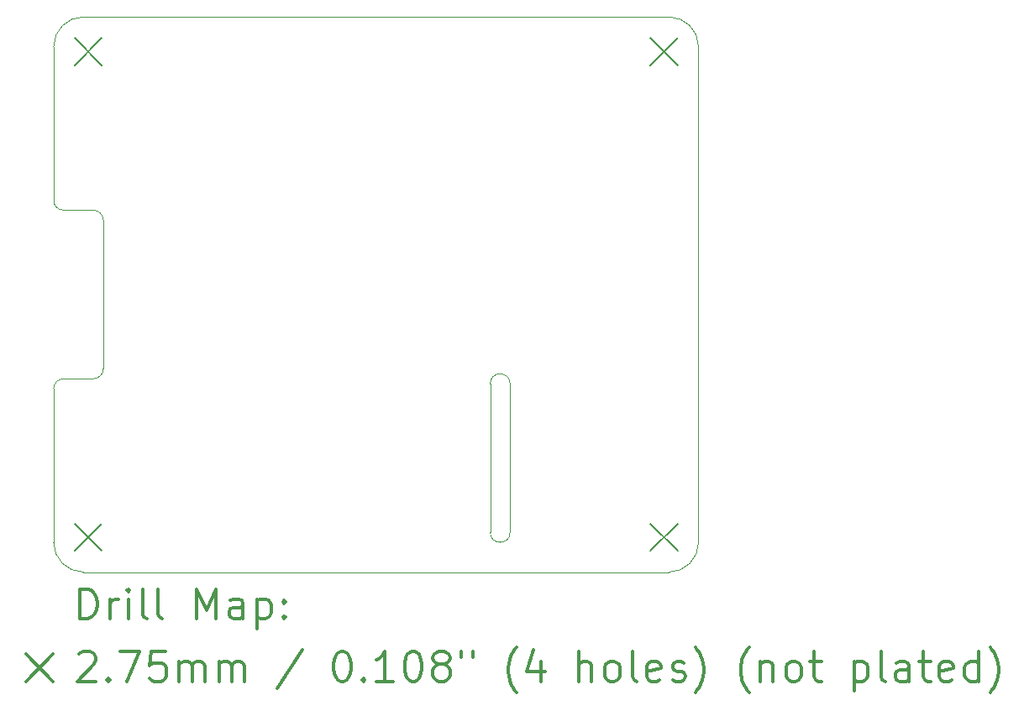
<source format=gbr>
%FSLAX45Y45*%
G04 Gerber Fmt 4.5, Leading zero omitted, Abs format (unit mm)*
G04 Created by KiCad (PCBNEW 4.0.6) date Friday 09 June 2017 11:09:43*
%MOMM*%
%LPD*%
G01*
G04 APERTURE LIST*
%ADD10C,0.127000*%
%ADD11C,0.100000*%
%ADD12C,0.200000*%
%ADD13C,0.300000*%
G04 APERTURE END LIST*
D10*
D11*
X9292590Y-3091180D02*
X9292590Y-8092440D01*
X2794000Y-3096260D02*
X2794000Y-4645660D01*
X9294000Y-3093200D02*
G75*
G03X8994000Y-2793200I-300000J0D01*
G01*
X3094000Y-2793200D02*
X8994000Y-2793200D01*
X3094000Y-2793200D02*
G75*
G03X2794000Y-3093200I0J-300000D01*
G01*
X7394000Y-7993200D02*
G75*
G02X7194000Y-7993200I-100000J0D01*
G01*
X7394000Y-6493200D02*
G75*
G03X7194000Y-6493200I-100000J0D01*
G01*
X7394000Y-6493200D02*
X7394000Y-7993200D01*
X7194000Y-6493200D02*
X7194000Y-7993200D01*
X2894000Y-6443200D02*
G75*
G03X2794000Y-6543200I0J-100000D01*
G01*
X3194000Y-6443200D02*
G75*
G03X3294000Y-6343200I0J100000D01*
G01*
X3294000Y-4843200D02*
G75*
G03X3194000Y-4743200I-100000J0D01*
G01*
X2794000Y-4643200D02*
G75*
G03X2894000Y-4743200I100000J0D01*
G01*
X8994000Y-8393200D02*
G75*
G03X9294000Y-8093200I0J300000D01*
G01*
X2794000Y-8093200D02*
G75*
G03X3094000Y-8393200I300000J0D01*
G01*
X2794000Y-6543200D02*
X2794000Y-8093200D01*
X2894000Y-6443200D02*
X3194000Y-6443200D01*
X2894000Y-4743200D02*
X3194000Y-4743200D01*
X3294000Y-4843200D02*
X3294000Y-6343200D01*
X3094000Y-8393200D02*
X8994000Y-8393200D01*
D12*
X3006500Y-3005700D02*
X3281500Y-3280700D01*
X3281500Y-3005700D02*
X3006500Y-3280700D01*
X3006500Y-7905700D02*
X3281500Y-8180700D01*
X3281500Y-7905700D02*
X3006500Y-8180700D01*
X8806500Y-3005700D02*
X9081500Y-3280700D01*
X9081500Y-3005700D02*
X8806500Y-3280700D01*
X8806500Y-7905700D02*
X9081500Y-8180700D01*
X9081500Y-7905700D02*
X8806500Y-8180700D01*
D13*
X3060428Y-8863914D02*
X3060428Y-8563914D01*
X3131857Y-8563914D01*
X3174714Y-8578200D01*
X3203286Y-8606772D01*
X3217571Y-8635343D01*
X3231857Y-8692486D01*
X3231857Y-8735343D01*
X3217571Y-8792486D01*
X3203286Y-8821057D01*
X3174714Y-8849629D01*
X3131857Y-8863914D01*
X3060428Y-8863914D01*
X3360428Y-8863914D02*
X3360428Y-8663914D01*
X3360428Y-8721057D02*
X3374714Y-8692486D01*
X3389000Y-8678200D01*
X3417571Y-8663914D01*
X3446143Y-8663914D01*
X3546143Y-8863914D02*
X3546143Y-8663914D01*
X3546143Y-8563914D02*
X3531857Y-8578200D01*
X3546143Y-8592486D01*
X3560428Y-8578200D01*
X3546143Y-8563914D01*
X3546143Y-8592486D01*
X3731857Y-8863914D02*
X3703286Y-8849629D01*
X3689000Y-8821057D01*
X3689000Y-8563914D01*
X3889000Y-8863914D02*
X3860428Y-8849629D01*
X3846143Y-8821057D01*
X3846143Y-8563914D01*
X4231857Y-8863914D02*
X4231857Y-8563914D01*
X4331857Y-8778200D01*
X4431857Y-8563914D01*
X4431857Y-8863914D01*
X4703286Y-8863914D02*
X4703286Y-8706772D01*
X4689000Y-8678200D01*
X4660429Y-8663914D01*
X4603286Y-8663914D01*
X4574714Y-8678200D01*
X4703286Y-8849629D02*
X4674714Y-8863914D01*
X4603286Y-8863914D01*
X4574714Y-8849629D01*
X4560429Y-8821057D01*
X4560429Y-8792486D01*
X4574714Y-8763914D01*
X4603286Y-8749629D01*
X4674714Y-8749629D01*
X4703286Y-8735343D01*
X4846143Y-8663914D02*
X4846143Y-8963914D01*
X4846143Y-8678200D02*
X4874714Y-8663914D01*
X4931857Y-8663914D01*
X4960429Y-8678200D01*
X4974714Y-8692486D01*
X4989000Y-8721057D01*
X4989000Y-8806772D01*
X4974714Y-8835343D01*
X4960429Y-8849629D01*
X4931857Y-8863914D01*
X4874714Y-8863914D01*
X4846143Y-8849629D01*
X5117571Y-8835343D02*
X5131857Y-8849629D01*
X5117571Y-8863914D01*
X5103286Y-8849629D01*
X5117571Y-8835343D01*
X5117571Y-8863914D01*
X5117571Y-8678200D02*
X5131857Y-8692486D01*
X5117571Y-8706772D01*
X5103286Y-8692486D01*
X5117571Y-8678200D01*
X5117571Y-8706772D01*
X2514000Y-9220700D02*
X2789000Y-9495700D01*
X2789000Y-9220700D02*
X2514000Y-9495700D01*
X3046143Y-9222486D02*
X3060428Y-9208200D01*
X3089000Y-9193914D01*
X3160428Y-9193914D01*
X3189000Y-9208200D01*
X3203286Y-9222486D01*
X3217571Y-9251057D01*
X3217571Y-9279629D01*
X3203286Y-9322486D01*
X3031857Y-9493914D01*
X3217571Y-9493914D01*
X3346143Y-9465343D02*
X3360428Y-9479629D01*
X3346143Y-9493914D01*
X3331857Y-9479629D01*
X3346143Y-9465343D01*
X3346143Y-9493914D01*
X3460428Y-9193914D02*
X3660428Y-9193914D01*
X3531857Y-9493914D01*
X3917571Y-9193914D02*
X3774714Y-9193914D01*
X3760428Y-9336772D01*
X3774714Y-9322486D01*
X3803286Y-9308200D01*
X3874714Y-9308200D01*
X3903286Y-9322486D01*
X3917571Y-9336772D01*
X3931857Y-9365343D01*
X3931857Y-9436772D01*
X3917571Y-9465343D01*
X3903286Y-9479629D01*
X3874714Y-9493914D01*
X3803286Y-9493914D01*
X3774714Y-9479629D01*
X3760428Y-9465343D01*
X4060428Y-9493914D02*
X4060428Y-9293914D01*
X4060428Y-9322486D02*
X4074714Y-9308200D01*
X4103286Y-9293914D01*
X4146143Y-9293914D01*
X4174714Y-9308200D01*
X4189000Y-9336772D01*
X4189000Y-9493914D01*
X4189000Y-9336772D02*
X4203286Y-9308200D01*
X4231857Y-9293914D01*
X4274714Y-9293914D01*
X4303286Y-9308200D01*
X4317571Y-9336772D01*
X4317571Y-9493914D01*
X4460429Y-9493914D02*
X4460429Y-9293914D01*
X4460429Y-9322486D02*
X4474714Y-9308200D01*
X4503286Y-9293914D01*
X4546143Y-9293914D01*
X4574714Y-9308200D01*
X4589000Y-9336772D01*
X4589000Y-9493914D01*
X4589000Y-9336772D02*
X4603286Y-9308200D01*
X4631857Y-9293914D01*
X4674714Y-9293914D01*
X4703286Y-9308200D01*
X4717571Y-9336772D01*
X4717571Y-9493914D01*
X5303286Y-9179629D02*
X5046143Y-9565343D01*
X5689000Y-9193914D02*
X5717571Y-9193914D01*
X5746143Y-9208200D01*
X5760428Y-9222486D01*
X5774714Y-9251057D01*
X5789000Y-9308200D01*
X5789000Y-9379629D01*
X5774714Y-9436772D01*
X5760428Y-9465343D01*
X5746143Y-9479629D01*
X5717571Y-9493914D01*
X5689000Y-9493914D01*
X5660428Y-9479629D01*
X5646143Y-9465343D01*
X5631857Y-9436772D01*
X5617571Y-9379629D01*
X5617571Y-9308200D01*
X5631857Y-9251057D01*
X5646143Y-9222486D01*
X5660428Y-9208200D01*
X5689000Y-9193914D01*
X5917571Y-9465343D02*
X5931857Y-9479629D01*
X5917571Y-9493914D01*
X5903286Y-9479629D01*
X5917571Y-9465343D01*
X5917571Y-9493914D01*
X6217571Y-9493914D02*
X6046143Y-9493914D01*
X6131857Y-9493914D02*
X6131857Y-9193914D01*
X6103285Y-9236772D01*
X6074714Y-9265343D01*
X6046143Y-9279629D01*
X6403285Y-9193914D02*
X6431857Y-9193914D01*
X6460428Y-9208200D01*
X6474714Y-9222486D01*
X6489000Y-9251057D01*
X6503285Y-9308200D01*
X6503285Y-9379629D01*
X6489000Y-9436772D01*
X6474714Y-9465343D01*
X6460428Y-9479629D01*
X6431857Y-9493914D01*
X6403285Y-9493914D01*
X6374714Y-9479629D01*
X6360428Y-9465343D01*
X6346143Y-9436772D01*
X6331857Y-9379629D01*
X6331857Y-9308200D01*
X6346143Y-9251057D01*
X6360428Y-9222486D01*
X6374714Y-9208200D01*
X6403285Y-9193914D01*
X6674714Y-9322486D02*
X6646143Y-9308200D01*
X6631857Y-9293914D01*
X6617571Y-9265343D01*
X6617571Y-9251057D01*
X6631857Y-9222486D01*
X6646143Y-9208200D01*
X6674714Y-9193914D01*
X6731857Y-9193914D01*
X6760428Y-9208200D01*
X6774714Y-9222486D01*
X6789000Y-9251057D01*
X6789000Y-9265343D01*
X6774714Y-9293914D01*
X6760428Y-9308200D01*
X6731857Y-9322486D01*
X6674714Y-9322486D01*
X6646143Y-9336772D01*
X6631857Y-9351057D01*
X6617571Y-9379629D01*
X6617571Y-9436772D01*
X6631857Y-9465343D01*
X6646143Y-9479629D01*
X6674714Y-9493914D01*
X6731857Y-9493914D01*
X6760428Y-9479629D01*
X6774714Y-9465343D01*
X6789000Y-9436772D01*
X6789000Y-9379629D01*
X6774714Y-9351057D01*
X6760428Y-9336772D01*
X6731857Y-9322486D01*
X6903286Y-9193914D02*
X6903286Y-9251057D01*
X7017571Y-9193914D02*
X7017571Y-9251057D01*
X7460428Y-9608200D02*
X7446143Y-9593914D01*
X7417571Y-9551057D01*
X7403285Y-9522486D01*
X7389000Y-9479629D01*
X7374714Y-9408200D01*
X7374714Y-9351057D01*
X7389000Y-9279629D01*
X7403285Y-9236772D01*
X7417571Y-9208200D01*
X7446143Y-9165343D01*
X7460428Y-9151057D01*
X7703285Y-9293914D02*
X7703285Y-9493914D01*
X7631857Y-9179629D02*
X7560428Y-9393914D01*
X7746143Y-9393914D01*
X8089000Y-9493914D02*
X8089000Y-9193914D01*
X8217571Y-9493914D02*
X8217571Y-9336772D01*
X8203285Y-9308200D01*
X8174714Y-9293914D01*
X8131857Y-9293914D01*
X8103285Y-9308200D01*
X8089000Y-9322486D01*
X8403286Y-9493914D02*
X8374714Y-9479629D01*
X8360428Y-9465343D01*
X8346143Y-9436772D01*
X8346143Y-9351057D01*
X8360428Y-9322486D01*
X8374714Y-9308200D01*
X8403286Y-9293914D01*
X8446143Y-9293914D01*
X8474714Y-9308200D01*
X8489000Y-9322486D01*
X8503286Y-9351057D01*
X8503286Y-9436772D01*
X8489000Y-9465343D01*
X8474714Y-9479629D01*
X8446143Y-9493914D01*
X8403286Y-9493914D01*
X8674714Y-9493914D02*
X8646143Y-9479629D01*
X8631857Y-9451057D01*
X8631857Y-9193914D01*
X8903286Y-9479629D02*
X8874714Y-9493914D01*
X8817571Y-9493914D01*
X8789000Y-9479629D01*
X8774714Y-9451057D01*
X8774714Y-9336772D01*
X8789000Y-9308200D01*
X8817571Y-9293914D01*
X8874714Y-9293914D01*
X8903286Y-9308200D01*
X8917571Y-9336772D01*
X8917571Y-9365343D01*
X8774714Y-9393914D01*
X9031857Y-9479629D02*
X9060429Y-9493914D01*
X9117571Y-9493914D01*
X9146143Y-9479629D01*
X9160429Y-9451057D01*
X9160429Y-9436772D01*
X9146143Y-9408200D01*
X9117571Y-9393914D01*
X9074714Y-9393914D01*
X9046143Y-9379629D01*
X9031857Y-9351057D01*
X9031857Y-9336772D01*
X9046143Y-9308200D01*
X9074714Y-9293914D01*
X9117571Y-9293914D01*
X9146143Y-9308200D01*
X9260428Y-9608200D02*
X9274714Y-9593914D01*
X9303286Y-9551057D01*
X9317571Y-9522486D01*
X9331857Y-9479629D01*
X9346143Y-9408200D01*
X9346143Y-9351057D01*
X9331857Y-9279629D01*
X9317571Y-9236772D01*
X9303286Y-9208200D01*
X9274714Y-9165343D01*
X9260428Y-9151057D01*
X9803286Y-9608200D02*
X9789000Y-9593914D01*
X9760428Y-9551057D01*
X9746143Y-9522486D01*
X9731857Y-9479629D01*
X9717571Y-9408200D01*
X9717571Y-9351057D01*
X9731857Y-9279629D01*
X9746143Y-9236772D01*
X9760428Y-9208200D01*
X9789000Y-9165343D01*
X9803286Y-9151057D01*
X9917571Y-9293914D02*
X9917571Y-9493914D01*
X9917571Y-9322486D02*
X9931857Y-9308200D01*
X9960428Y-9293914D01*
X10003286Y-9293914D01*
X10031857Y-9308200D01*
X10046143Y-9336772D01*
X10046143Y-9493914D01*
X10231857Y-9493914D02*
X10203286Y-9479629D01*
X10189000Y-9465343D01*
X10174714Y-9436772D01*
X10174714Y-9351057D01*
X10189000Y-9322486D01*
X10203286Y-9308200D01*
X10231857Y-9293914D01*
X10274714Y-9293914D01*
X10303286Y-9308200D01*
X10317571Y-9322486D01*
X10331857Y-9351057D01*
X10331857Y-9436772D01*
X10317571Y-9465343D01*
X10303286Y-9479629D01*
X10274714Y-9493914D01*
X10231857Y-9493914D01*
X10417571Y-9293914D02*
X10531857Y-9293914D01*
X10460429Y-9193914D02*
X10460429Y-9451057D01*
X10474714Y-9479629D01*
X10503286Y-9493914D01*
X10531857Y-9493914D01*
X10860429Y-9293914D02*
X10860429Y-9593914D01*
X10860429Y-9308200D02*
X10889000Y-9293914D01*
X10946143Y-9293914D01*
X10974714Y-9308200D01*
X10989000Y-9322486D01*
X11003286Y-9351057D01*
X11003286Y-9436772D01*
X10989000Y-9465343D01*
X10974714Y-9479629D01*
X10946143Y-9493914D01*
X10889000Y-9493914D01*
X10860429Y-9479629D01*
X11174714Y-9493914D02*
X11146143Y-9479629D01*
X11131857Y-9451057D01*
X11131857Y-9193914D01*
X11417571Y-9493914D02*
X11417571Y-9336772D01*
X11403286Y-9308200D01*
X11374714Y-9293914D01*
X11317571Y-9293914D01*
X11289000Y-9308200D01*
X11417571Y-9479629D02*
X11389000Y-9493914D01*
X11317571Y-9493914D01*
X11289000Y-9479629D01*
X11274714Y-9451057D01*
X11274714Y-9422486D01*
X11289000Y-9393914D01*
X11317571Y-9379629D01*
X11389000Y-9379629D01*
X11417571Y-9365343D01*
X11517571Y-9293914D02*
X11631857Y-9293914D01*
X11560429Y-9193914D02*
X11560429Y-9451057D01*
X11574714Y-9479629D01*
X11603286Y-9493914D01*
X11631857Y-9493914D01*
X11846143Y-9479629D02*
X11817571Y-9493914D01*
X11760429Y-9493914D01*
X11731857Y-9479629D01*
X11717571Y-9451057D01*
X11717571Y-9336772D01*
X11731857Y-9308200D01*
X11760429Y-9293914D01*
X11817571Y-9293914D01*
X11846143Y-9308200D01*
X11860429Y-9336772D01*
X11860429Y-9365343D01*
X11717571Y-9393914D01*
X12117571Y-9493914D02*
X12117571Y-9193914D01*
X12117571Y-9479629D02*
X12089000Y-9493914D01*
X12031857Y-9493914D01*
X12003286Y-9479629D01*
X11989000Y-9465343D01*
X11974714Y-9436772D01*
X11974714Y-9351057D01*
X11989000Y-9322486D01*
X12003286Y-9308200D01*
X12031857Y-9293914D01*
X12089000Y-9293914D01*
X12117571Y-9308200D01*
X12231857Y-9608200D02*
X12246143Y-9593914D01*
X12274714Y-9551057D01*
X12289000Y-9522486D01*
X12303286Y-9479629D01*
X12317571Y-9408200D01*
X12317571Y-9351057D01*
X12303286Y-9279629D01*
X12289000Y-9236772D01*
X12274714Y-9208200D01*
X12246143Y-9165343D01*
X12231857Y-9151057D01*
M02*

</source>
